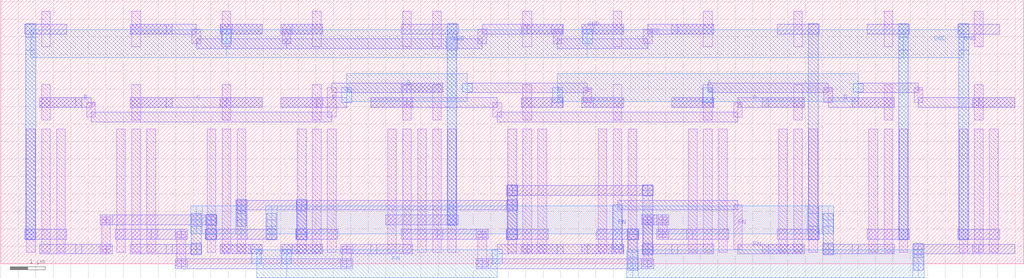
<source format=lef>
MACRO FUNCTION
  ORIGIN 0 0 ;
  FOREIGN FUNCTION 0 0 ;
  SIZE 29.24 BY 7.56 ;
  PIN A
    DIRECTION INOUT ;
    USE SIGNAL ;
    PORT 
      LAYER M2 ;
        RECT 10.58 4.48 11.78 4.76 ;
      LAYER M2 ;
        RECT 21.76 4.48 22.96 4.76 ;
      LAYER M2 ;
        RECT 11.61 4.48 14.19 4.76 ;
      LAYER M1 ;
        RECT 14.065 4.2 14.315 4.62 ;
      LAYER M2 ;
        RECT 14.19 4.06 21.07 4.34 ;
      LAYER M1 ;
        RECT 20.945 4.2 21.195 4.62 ;
      LAYER M2 ;
        RECT 21.07 4.48 21.93 4.76 ;
    END
  END A
  PIN B
    DIRECTION INOUT ;
    USE SIGNAL ;
    PORT 
      LAYER M2 ;
        RECT 11.44 4.9 12.64 5.18 ;
      LAYER M2 ;
        RECT 1.12 4.48 2.32 4.76 ;
      LAYER M2 ;
        RECT 9.46 4.9 11.61 5.18 ;
      LAYER M1 ;
        RECT 9.335 4.2 9.585 5.04 ;
      LAYER M2 ;
        RECT 2.58 4.06 9.46 4.34 ;
      LAYER M1 ;
        RECT 2.455 4.2 2.705 4.62 ;
      LAYER M2 ;
        RECT 2.15 4.48 2.58 4.76 ;
    END
  END B
  PIN VDD
    DIRECTION INOUT ;
    USE SIGNAL ;
    PORT 
      LAYER M2 ;
        RECT 3.7 6.58 4.9 6.86 ;
      LAYER M2 ;
        RECT 8 6.58 9.2 6.86 ;
      LAYER M2 ;
        RECT 14.88 6.58 16.08 6.86 ;
      LAYER M2 ;
        RECT 19.18 6.58 20.38 6.86 ;
      LAYER M3 ;
        RECT 12.76 1.1 13.04 6.88 ;
      LAYER M2 ;
        RECT 4.73 6.58 5.59 6.86 ;
      LAYER M1 ;
        RECT 5.465 6.3 5.715 6.72 ;
      LAYER M2 ;
        RECT 5.59 6.16 8.17 6.44 ;
      LAYER M1 ;
        RECT 8.045 6.3 8.295 6.72 ;
      LAYER M2 ;
        RECT 8.01 6.58 8.33 6.86 ;
      LAYER M2 ;
        RECT 8.17 6.16 13.76 6.44 ;
      LAYER M1 ;
        RECT 13.635 6.3 13.885 6.72 ;
      LAYER M2 ;
        RECT 13.76 6.58 15.05 6.86 ;
      LAYER M2 ;
        RECT 15.75 6.58 16.07 6.86 ;
      LAYER M1 ;
        RECT 15.785 6.3 16.035 6.72 ;
      LAYER M2 ;
        RECT 15.91 6.16 18.49 6.44 ;
      LAYER M1 ;
        RECT 18.365 6.3 18.615 6.72 ;
      LAYER M2 ;
        RECT 18.49 6.58 19.35 6.86 ;
      LAYER M2 ;
        RECT 12.74 6.16 13.06 6.44 ;
      LAYER M3 ;
        RECT 12.76 6.115 13.04 6.485 ;
    END
  END VDD
  PIN GND
    DIRECTION INOUT ;
    USE SIGNAL ;
    PORT 
      LAYER M3 ;
        RECT 0.72 0.68 1 6.88 ;
      LAYER M2 ;
        RECT 6.28 6.58 7.48 6.86 ;
      LAYER M2 ;
        RECT 16.6 6.58 17.8 6.86 ;
      LAYER M3 ;
        RECT 25.66 0.68 25.94 6.88 ;
      LAYER M3 ;
        RECT 27.38 0.68 27.66 6.88 ;
      LAYER M3 ;
        RECT 0.72 6.115 1 6.485 ;
      LAYER M4 ;
        RECT 0.86 5.9 6.45 6.7 ;
      LAYER M3 ;
        RECT 6.31 6.3 6.59 6.72 ;
      LAYER M2 ;
        RECT 6.29 6.58 6.61 6.86 ;
      LAYER M4 ;
        RECT 6.45 5.9 16.77 6.7 ;
      LAYER M3 ;
        RECT 16.63 6.3 16.91 6.72 ;
      LAYER M2 ;
        RECT 16.61 6.58 16.93 6.86 ;
      LAYER M4 ;
        RECT 16.77 5.9 25.8 6.7 ;
      LAYER M3 ;
        RECT 25.66 6.115 25.94 6.485 ;
      LAYER M4 ;
        RECT 25.8 5.9 27.52 6.7 ;
      LAYER M3 ;
        RECT 27.38 6.115 27.66 6.485 ;
    END
  END GND
  PIN D
    DIRECTION INOUT ;
    USE SIGNAL ;
    PORT 
      LAYER M2 ;
        RECT 19.18 4.48 20.38 4.76 ;
      LAYER M2 ;
        RECT 24.34 4.48 25.54 4.76 ;
      LAYER M2 ;
        RECT 20.05 4.48 20.37 4.76 ;
      LAYER M3 ;
        RECT 20.07 4.62 20.35 5.04 ;
      LAYER M2 ;
        RECT 20.21 4.9 23.65 5.18 ;
      LAYER M1 ;
        RECT 23.525 4.62 23.775 5.04 ;
      LAYER M2 ;
        RECT 23.65 4.48 24.51 4.76 ;
    END
  END D
  PIN F
    DIRECTION INOUT ;
    USE SIGNAL ;
    PORT 
      LAYER M2 ;
        RECT 27.78 4.48 28.98 4.76 ;
      LAYER M2 ;
        RECT 14.88 4.48 16.08 4.76 ;
      LAYER M2 ;
        RECT 26.23 4.48 27.95 4.76 ;
      LAYER M1 ;
        RECT 26.105 4.62 26.355 5.04 ;
      LAYER M2 ;
        RECT 24.51 4.9 26.23 5.18 ;
      LAYER M3 ;
        RECT 24.37 4.919 24.65 5.161 ;
      LAYER M4 ;
        RECT 15.91 4.64 24.51 5.44 ;
      LAYER M3 ;
        RECT 15.77 4.62 16.05 5.04 ;
      LAYER M2 ;
        RECT 15.75 4.48 16.07 4.76 ;
    END
  END F
  PIN FN
    DIRECTION INOUT ;
    USE SIGNAL ;
    PORT 
      LAYER M2 ;
        RECT 6.28 0.28 7.48 0.56 ;
      LAYER M2 ;
        RECT 8 0.28 9.2 0.56 ;
      LAYER M2 ;
        RECT 14.88 0.28 16.08 0.56 ;
      LAYER M2 ;
        RECT 16.6 0.28 17.8 0.56 ;
      LAYER M2 ;
        RECT 21.76 0.28 22.96 0.56 ;
      LAYER M2 ;
        RECT 7.15 0.28 7.47 0.56 ;
      LAYER M3 ;
        RECT 7.17 0 7.45 0.42 ;
      LAYER M4 ;
        RECT 7.31 -0.4 8.17 0.4 ;
      LAYER M3 ;
        RECT 8.03 0 8.31 0.42 ;
      LAYER M2 ;
        RECT 8.01 0.28 8.33 0.56 ;
      LAYER M4 ;
        RECT 8.17 -0.4 14.19 0.4 ;
      LAYER M3 ;
        RECT 14.05 0 14.33 0.42 ;
      LAYER M2 ;
        RECT 14.19 0.28 15.05 0.56 ;
      LAYER M2 ;
        RECT 15.91 0.28 16.77 0.56 ;
      LAYER M2 ;
        RECT 17.47 0.28 17.79 0.56 ;
      LAYER M3 ;
        RECT 17.49 0.42 17.77 1.68 ;
      LAYER M2 ;
        RECT 17.63 1.54 21.07 1.82 ;
      LAYER M1 ;
        RECT 20.945 0.42 21.195 1.68 ;
      LAYER M2 ;
        RECT 21.07 0.28 21.93 0.56 ;
    END
  END FN
  PIN C
    DIRECTION INOUT ;
    USE SIGNAL ;
    PORT 
      LAYER M2 ;
        RECT 3.7 4.48 4.9 4.76 ;
      LAYER M2 ;
        RECT 6.28 4.48 7.48 4.76 ;
      LAYER M2 ;
        RECT 4.73 4.48 6.45 4.76 ;
    END
  END C
  PIN E
    DIRECTION INOUT ;
    USE SIGNAL ;
    PORT 
      LAYER M2 ;
        RECT 16.6 4.48 17.8 4.76 ;
      LAYER M2 ;
        RECT 8 4.48 9.2 4.76 ;
      LAYER M2 ;
        RECT 16.61 4.48 16.93 4.76 ;
      LAYER M1 ;
        RECT 16.645 4.62 16.895 5.04 ;
      LAYER M2 ;
        RECT 13.33 4.9 16.77 5.18 ;
      LAYER M3 ;
        RECT 13.19 4.919 13.47 5.161 ;
      LAYER M4 ;
        RECT 9.89 4.64 13.33 5.44 ;
      LAYER M3 ;
        RECT 9.75 4.62 10.03 5.04 ;
      LAYER M2 ;
        RECT 9.03 4.48 9.89 4.76 ;
    END
  END E
  OBS 
  LAYER M2 ;
        RECT 3.27 0.7 4.47 0.98 ;
  LAYER M2 ;
        RECT 10.58 0.28 11.78 0.56 ;
  LAYER M2 ;
        RECT 4.3 0.7 5.16 0.98 ;
  LAYER M1 ;
        RECT 5.035 0 5.285 0.84 ;
  LAYER M2 ;
        RECT 5.16 -0.14 9.89 0.14 ;
  LAYER M1 ;
        RECT 9.765 0 10.015 0.42 ;
  LAYER M2 ;
        RECT 9.89 0.28 10.75 0.56 ;
  LAYER M1 ;
        RECT 5.035 -0.085 5.285 0.085 ;
  LAYER M2 ;
        RECT 4.99 -0.14 5.33 0.14 ;
  LAYER M1 ;
        RECT 5.035 0.755 5.285 0.925 ;
  LAYER M2 ;
        RECT 4.99 0.7 5.33 0.98 ;
  LAYER M1 ;
        RECT 9.765 -0.085 10.015 0.085 ;
  LAYER M2 ;
        RECT 9.72 -0.14 10.06 0.14 ;
  LAYER M1 ;
        RECT 9.765 0.335 10.015 0.505 ;
  LAYER M2 ;
        RECT 9.72 0.28 10.06 0.56 ;
  LAYER M1 ;
        RECT 5.035 -0.085 5.285 0.085 ;
  LAYER M2 ;
        RECT 4.99 -0.14 5.33 0.14 ;
  LAYER M1 ;
        RECT 5.035 0.755 5.285 0.925 ;
  LAYER M2 ;
        RECT 4.99 0.7 5.33 0.98 ;
  LAYER M1 ;
        RECT 9.765 -0.085 10.015 0.085 ;
  LAYER M2 ;
        RECT 9.72 -0.14 10.06 0.14 ;
  LAYER M1 ;
        RECT 9.765 0.335 10.015 0.505 ;
  LAYER M2 ;
        RECT 9.72 0.28 10.06 0.56 ;
  LAYER M2 ;
        RECT 19.61 0.7 20.81 0.98 ;
  LAYER M2 ;
        RECT 11.44 0.7 12.64 0.98 ;
  LAYER M2 ;
        RECT 18.92 0.7 19.78 0.98 ;
  LAYER M1 ;
        RECT 18.795 0.84 19.045 1.26 ;
  LAYER M2 ;
        RECT 18.49 1.12 18.92 1.4 ;
  LAYER M1 ;
        RECT 18.365 0 18.615 1.26 ;
  LAYER M2 ;
        RECT 13.76 -0.14 18.49 0.14 ;
  LAYER M1 ;
        RECT 13.635 0 13.885 0.84 ;
  LAYER M2 ;
        RECT 12.47 0.7 13.76 0.98 ;
  LAYER M1 ;
        RECT 13.635 -0.085 13.885 0.085 ;
  LAYER M2 ;
        RECT 13.59 -0.14 13.93 0.14 ;
  LAYER M1 ;
        RECT 13.635 0.755 13.885 0.925 ;
  LAYER M2 ;
        RECT 13.59 0.7 13.93 0.98 ;
  LAYER M1 ;
        RECT 18.365 -0.085 18.615 0.085 ;
  LAYER M2 ;
        RECT 18.32 -0.14 18.66 0.14 ;
  LAYER M1 ;
        RECT 18.365 1.175 18.615 1.345 ;
  LAYER M2 ;
        RECT 18.32 1.12 18.66 1.4 ;
  LAYER M1 ;
        RECT 18.795 0.755 19.045 0.925 ;
  LAYER M2 ;
        RECT 18.75 0.7 19.09 0.98 ;
  LAYER M1 ;
        RECT 18.795 1.175 19.045 1.345 ;
  LAYER M2 ;
        RECT 18.75 1.12 19.09 1.4 ;
  LAYER M1 ;
        RECT 13.635 -0.085 13.885 0.085 ;
  LAYER M2 ;
        RECT 13.59 -0.14 13.93 0.14 ;
  LAYER M1 ;
        RECT 13.635 0.755 13.885 0.925 ;
  LAYER M2 ;
        RECT 13.59 0.7 13.93 0.98 ;
  LAYER M1 ;
        RECT 18.365 -0.085 18.615 0.085 ;
  LAYER M2 ;
        RECT 18.32 -0.14 18.66 0.14 ;
  LAYER M1 ;
        RECT 18.365 1.175 18.615 1.345 ;
  LAYER M2 ;
        RECT 18.32 1.12 18.66 1.4 ;
  LAYER M1 ;
        RECT 18.795 0.755 19.045 0.925 ;
  LAYER M2 ;
        RECT 18.75 0.7 19.09 0.98 ;
  LAYER M1 ;
        RECT 18.795 1.175 19.045 1.345 ;
  LAYER M2 ;
        RECT 18.75 1.12 19.09 1.4 ;
  LAYER M2 ;
        RECT 1.12 0.28 2.32 0.56 ;
  LAYER M2 ;
        RECT 5.85 0.7 7.05 0.98 ;
  LAYER M2 ;
        RECT 24.34 0.28 25.54 0.56 ;
  LAYER M3 ;
        RECT 23.08 0.68 23.36 6.88 ;
  LAYER M2 ;
        RECT 2.15 0.28 3.01 0.56 ;
  LAYER M1 ;
        RECT 2.885 0.42 3.135 1.26 ;
  LAYER M2 ;
        RECT 3.01 1.12 6.02 1.4 ;
  LAYER M3 ;
        RECT 5.88 0.84 6.16 1.26 ;
  LAYER M2 ;
        RECT 5.86 0.7 6.18 0.98 ;
  LAYER M2 ;
        RECT 6.88 0.7 7.74 0.98 ;
  LAYER M3 ;
        RECT 7.6 0.84 7.88 1.26 ;
  LAYER M4 ;
        RECT 7.74 0.86 23.65 1.66 ;
  LAYER M3 ;
        RECT 23.51 0.42 23.79 1.26 ;
  LAYER M2 ;
        RECT 23.65 0.28 24.51 0.56 ;
  LAYER M4 ;
        RECT 23.055 0.86 23.385 1.66 ;
  LAYER M3 ;
        RECT 23.08 1.075 23.36 1.445 ;
  LAYER M1 ;
        RECT 2.885 0.335 3.135 0.505 ;
  LAYER M2 ;
        RECT 2.84 0.28 3.18 0.56 ;
  LAYER M1 ;
        RECT 2.885 1.175 3.135 1.345 ;
  LAYER M2 ;
        RECT 2.84 1.12 3.18 1.4 ;
  LAYER M2 ;
        RECT 5.86 0.7 6.18 0.98 ;
  LAYER M3 ;
        RECT 5.88 0.68 6.16 1 ;
  LAYER M2 ;
        RECT 5.86 1.12 6.18 1.4 ;
  LAYER M3 ;
        RECT 5.88 1.1 6.16 1.42 ;
  LAYER M1 ;
        RECT 2.885 0.335 3.135 0.505 ;
  LAYER M2 ;
        RECT 2.84 0.28 3.18 0.56 ;
  LAYER M1 ;
        RECT 2.885 1.175 3.135 1.345 ;
  LAYER M2 ;
        RECT 2.84 1.12 3.18 1.4 ;
  LAYER M2 ;
        RECT 5.86 0.7 6.18 0.98 ;
  LAYER M3 ;
        RECT 5.88 0.68 6.16 1 ;
  LAYER M2 ;
        RECT 5.86 1.12 6.18 1.4 ;
  LAYER M3 ;
        RECT 5.88 1.1 6.16 1.42 ;
  LAYER M1 ;
        RECT 2.885 0.335 3.135 0.505 ;
  LAYER M2 ;
        RECT 2.84 0.28 3.18 0.56 ;
  LAYER M1 ;
        RECT 2.885 1.175 3.135 1.345 ;
  LAYER M2 ;
        RECT 2.84 1.12 3.18 1.4 ;
  LAYER M2 ;
        RECT 5.86 0.7 6.18 0.98 ;
  LAYER M3 ;
        RECT 5.88 0.68 6.16 1 ;
  LAYER M2 ;
        RECT 5.86 1.12 6.18 1.4 ;
  LAYER M3 ;
        RECT 5.88 1.1 6.16 1.42 ;
  LAYER M2 ;
        RECT 7.58 0.7 7.9 0.98 ;
  LAYER M3 ;
        RECT 7.6 0.68 7.88 1 ;
  LAYER M2 ;
        RECT 23.49 0.28 23.81 0.56 ;
  LAYER M3 ;
        RECT 23.51 0.26 23.79 0.58 ;
  LAYER M3 ;
        RECT 7.6 1.075 7.88 1.445 ;
  LAYER M4 ;
        RECT 7.575 0.86 7.905 1.66 ;
  LAYER M3 ;
        RECT 23.51 1.075 23.79 1.445 ;
  LAYER M4 ;
        RECT 23.485 0.86 23.815 1.66 ;
  LAYER M1 ;
        RECT 2.885 0.335 3.135 0.505 ;
  LAYER M2 ;
        RECT 2.84 0.28 3.18 0.56 ;
  LAYER M1 ;
        RECT 2.885 1.175 3.135 1.345 ;
  LAYER M2 ;
        RECT 2.84 1.12 3.18 1.4 ;
  LAYER M2 ;
        RECT 5.86 0.7 6.18 0.98 ;
  LAYER M3 ;
        RECT 5.88 0.68 6.16 1 ;
  LAYER M2 ;
        RECT 5.86 1.12 6.18 1.4 ;
  LAYER M3 ;
        RECT 5.88 1.1 6.16 1.42 ;
  LAYER M2 ;
        RECT 7.58 0.7 7.9 0.98 ;
  LAYER M3 ;
        RECT 7.6 0.68 7.88 1 ;
  LAYER M2 ;
        RECT 23.49 0.28 23.81 0.56 ;
  LAYER M3 ;
        RECT 23.51 0.26 23.79 0.58 ;
  LAYER M3 ;
        RECT 7.6 1.075 7.88 1.445 ;
  LAYER M4 ;
        RECT 7.575 0.86 7.905 1.66 ;
  LAYER M3 ;
        RECT 23.51 1.075 23.79 1.445 ;
  LAYER M4 ;
        RECT 23.485 0.86 23.815 1.66 ;
  LAYER M1 ;
        RECT 2.885 0.335 3.135 0.505 ;
  LAYER M2 ;
        RECT 2.84 0.28 3.18 0.56 ;
  LAYER M1 ;
        RECT 2.885 1.175 3.135 1.345 ;
  LAYER M2 ;
        RECT 2.84 1.12 3.18 1.4 ;
  LAYER M2 ;
        RECT 5.86 0.7 6.18 0.98 ;
  LAYER M3 ;
        RECT 5.88 0.68 6.16 1 ;
  LAYER M2 ;
        RECT 5.86 1.12 6.18 1.4 ;
  LAYER M3 ;
        RECT 5.88 1.1 6.16 1.42 ;
  LAYER M2 ;
        RECT 7.58 0.7 7.9 0.98 ;
  LAYER M3 ;
        RECT 7.6 0.68 7.88 1 ;
  LAYER M2 ;
        RECT 23.49 0.28 23.81 0.56 ;
  LAYER M3 ;
        RECT 23.51 0.26 23.79 0.58 ;
  LAYER M3 ;
        RECT 7.6 1.075 7.88 1.445 ;
  LAYER M4 ;
        RECT 7.575 0.86 7.905 1.66 ;
  LAYER M3 ;
        RECT 23.08 1.075 23.36 1.445 ;
  LAYER M4 ;
        RECT 23.055 0.86 23.385 1.66 ;
  LAYER M3 ;
        RECT 23.51 1.075 23.79 1.445 ;
  LAYER M4 ;
        RECT 23.485 0.86 23.815 1.66 ;
  LAYER M1 ;
        RECT 2.885 0.335 3.135 0.505 ;
  LAYER M2 ;
        RECT 2.84 0.28 3.18 0.56 ;
  LAYER M1 ;
        RECT 2.885 1.175 3.135 1.345 ;
  LAYER M2 ;
        RECT 2.84 1.12 3.18 1.4 ;
  LAYER M2 ;
        RECT 5.86 0.7 6.18 0.98 ;
  LAYER M3 ;
        RECT 5.88 0.68 6.16 1 ;
  LAYER M2 ;
        RECT 5.86 1.12 6.18 1.4 ;
  LAYER M3 ;
        RECT 5.88 1.1 6.16 1.42 ;
  LAYER M2 ;
        RECT 7.58 0.7 7.9 0.98 ;
  LAYER M3 ;
        RECT 7.6 0.68 7.88 1 ;
  LAYER M2 ;
        RECT 23.49 0.28 23.81 0.56 ;
  LAYER M3 ;
        RECT 23.51 0.26 23.79 0.58 ;
  LAYER M3 ;
        RECT 7.6 1.075 7.88 1.445 ;
  LAYER M4 ;
        RECT 7.575 0.86 7.905 1.66 ;
  LAYER M3 ;
        RECT 23.08 1.075 23.36 1.445 ;
  LAYER M4 ;
        RECT 23.055 0.86 23.385 1.66 ;
  LAYER M3 ;
        RECT 23.51 1.075 23.79 1.445 ;
  LAYER M4 ;
        RECT 23.485 0.86 23.815 1.66 ;
  LAYER M2 ;
        RECT 17.03 0.7 18.23 0.98 ;
  LAYER M2 ;
        RECT 27.78 0.28 28.98 0.56 ;
  LAYER M2 ;
        RECT 17.9 0.7 18.22 0.98 ;
  LAYER M3 ;
        RECT 17.92 0 18.2 0.84 ;
  LAYER M4 ;
        RECT 18.06 -0.4 26.23 0.4 ;
  LAYER M3 ;
        RECT 26.09 0 26.37 0.42 ;
  LAYER M2 ;
        RECT 26.23 0.28 27.95 0.56 ;
  LAYER M2 ;
        RECT 17.9 0.7 18.22 0.98 ;
  LAYER M3 ;
        RECT 17.92 0.68 18.2 1 ;
  LAYER M2 ;
        RECT 26.07 0.28 26.39 0.56 ;
  LAYER M3 ;
        RECT 26.09 0.26 26.37 0.58 ;
  LAYER M3 ;
        RECT 17.92 -0.185 18.2 0.185 ;
  LAYER M4 ;
        RECT 17.895 -0.4 18.225 0.4 ;
  LAYER M3 ;
        RECT 26.09 -0.185 26.37 0.185 ;
  LAYER M4 ;
        RECT 26.065 -0.4 26.395 0.4 ;
  LAYER M2 ;
        RECT 17.9 0.7 18.22 0.98 ;
  LAYER M3 ;
        RECT 17.92 0.68 18.2 1 ;
  LAYER M2 ;
        RECT 26.07 0.28 26.39 0.56 ;
  LAYER M3 ;
        RECT 26.09 0.26 26.37 0.58 ;
  LAYER M3 ;
        RECT 17.92 -0.185 18.2 0.185 ;
  LAYER M4 ;
        RECT 17.895 -0.4 18.225 0.4 ;
  LAYER M3 ;
        RECT 26.09 -0.185 26.37 0.185 ;
  LAYER M4 ;
        RECT 26.065 -0.4 26.395 0.4 ;
  LAYER M2 ;
        RECT 3.7 0.28 4.9 0.56 ;
  LAYER M2 ;
        RECT 8.43 0.7 9.63 0.98 ;
  LAYER M2 ;
        RECT 14.45 0.7 15.65 0.98 ;
  LAYER M2 ;
        RECT 19.18 0.28 20.38 0.56 ;
  LAYER M2 ;
        RECT 4.73 0.28 5.59 0.56 ;
  LAYER M3 ;
        RECT 5.45 0.42 5.73 1.26 ;
  LAYER M4 ;
        RECT 5.59 0.86 6.88 1.66 ;
  LAYER M3 ;
        RECT 6.74 1.26 7.02 1.68 ;
  LAYER M2 ;
        RECT 6.88 1.54 8.6 1.82 ;
  LAYER M3 ;
        RECT 8.46 0.84 8.74 1.68 ;
  LAYER M2 ;
        RECT 8.44 0.7 8.76 0.98 ;
  LAYER M2 ;
        RECT 8.6 1.54 14.62 1.82 ;
  LAYER M3 ;
        RECT 14.48 0.84 14.76 1.68 ;
  LAYER M2 ;
        RECT 14.46 0.7 14.78 0.98 ;
  LAYER M3 ;
        RECT 14.48 1.68 14.76 2.1 ;
  LAYER M2 ;
        RECT 14.62 1.96 18.49 2.24 ;
  LAYER M3 ;
        RECT 18.35 0.42 18.63 2.1 ;
  LAYER M2 ;
        RECT 18.49 0.28 19.35 0.56 ;
  LAYER M2 ;
        RECT 5.43 0.28 5.75 0.56 ;
  LAYER M3 ;
        RECT 5.45 0.26 5.73 0.58 ;
  LAYER M2 ;
        RECT 6.72 1.54 7.04 1.82 ;
  LAYER M3 ;
        RECT 6.74 1.52 7.02 1.84 ;
  LAYER M2 ;
        RECT 8.44 0.7 8.76 0.98 ;
  LAYER M3 ;
        RECT 8.46 0.68 8.74 1 ;
  LAYER M2 ;
        RECT 8.44 1.54 8.76 1.82 ;
  LAYER M3 ;
        RECT 8.46 1.52 8.74 1.84 ;
  LAYER M3 ;
        RECT 5.45 1.075 5.73 1.445 ;
  LAYER M4 ;
        RECT 5.425 0.86 5.755 1.66 ;
  LAYER M3 ;
        RECT 6.74 1.075 7.02 1.445 ;
  LAYER M4 ;
        RECT 6.715 0.86 7.045 1.66 ;
  LAYER M2 ;
        RECT 5.43 0.28 5.75 0.56 ;
  LAYER M3 ;
        RECT 5.45 0.26 5.73 0.58 ;
  LAYER M2 ;
        RECT 6.72 1.54 7.04 1.82 ;
  LAYER M3 ;
        RECT 6.74 1.52 7.02 1.84 ;
  LAYER M2 ;
        RECT 8.44 0.7 8.76 0.98 ;
  LAYER M3 ;
        RECT 8.46 0.68 8.74 1 ;
  LAYER M2 ;
        RECT 8.44 1.54 8.76 1.82 ;
  LAYER M3 ;
        RECT 8.46 1.52 8.74 1.84 ;
  LAYER M3 ;
        RECT 5.45 1.075 5.73 1.445 ;
  LAYER M4 ;
        RECT 5.425 0.86 5.755 1.66 ;
  LAYER M3 ;
        RECT 6.74 1.075 7.02 1.445 ;
  LAYER M4 ;
        RECT 6.715 0.86 7.045 1.66 ;
  LAYER M2 ;
        RECT 5.43 0.28 5.75 0.56 ;
  LAYER M3 ;
        RECT 5.45 0.26 5.73 0.58 ;
  LAYER M2 ;
        RECT 6.72 1.54 7.04 1.82 ;
  LAYER M3 ;
        RECT 6.74 1.52 7.02 1.84 ;
  LAYER M2 ;
        RECT 8.44 0.7 8.76 0.98 ;
  LAYER M3 ;
        RECT 8.46 0.68 8.74 1 ;
  LAYER M2 ;
        RECT 8.44 1.54 8.76 1.82 ;
  LAYER M3 ;
        RECT 8.46 1.52 8.74 1.84 ;
  LAYER M2 ;
        RECT 14.46 0.7 14.78 0.98 ;
  LAYER M3 ;
        RECT 14.48 0.68 14.76 1 ;
  LAYER M2 ;
        RECT 14.46 1.54 14.78 1.82 ;
  LAYER M3 ;
        RECT 14.48 1.52 14.76 1.84 ;
  LAYER M3 ;
        RECT 5.45 1.075 5.73 1.445 ;
  LAYER M4 ;
        RECT 5.425 0.86 5.755 1.66 ;
  LAYER M3 ;
        RECT 6.74 1.075 7.02 1.445 ;
  LAYER M4 ;
        RECT 6.715 0.86 7.045 1.66 ;
  LAYER M2 ;
        RECT 5.43 0.28 5.75 0.56 ;
  LAYER M3 ;
        RECT 5.45 0.26 5.73 0.58 ;
  LAYER M2 ;
        RECT 6.72 1.54 7.04 1.82 ;
  LAYER M3 ;
        RECT 6.74 1.52 7.02 1.84 ;
  LAYER M2 ;
        RECT 8.44 0.7 8.76 0.98 ;
  LAYER M3 ;
        RECT 8.46 0.68 8.74 1 ;
  LAYER M2 ;
        RECT 8.44 1.54 8.76 1.82 ;
  LAYER M3 ;
        RECT 8.46 1.52 8.74 1.84 ;
  LAYER M2 ;
        RECT 14.46 0.7 14.78 0.98 ;
  LAYER M3 ;
        RECT 14.48 0.68 14.76 1 ;
  LAYER M2 ;
        RECT 14.46 1.54 14.78 1.82 ;
  LAYER M3 ;
        RECT 14.48 1.52 14.76 1.84 ;
  LAYER M3 ;
        RECT 5.45 1.075 5.73 1.445 ;
  LAYER M4 ;
        RECT 5.425 0.86 5.755 1.66 ;
  LAYER M3 ;
        RECT 6.74 1.075 7.02 1.445 ;
  LAYER M4 ;
        RECT 6.715 0.86 7.045 1.66 ;
  LAYER M2 ;
        RECT 5.43 0.28 5.75 0.56 ;
  LAYER M3 ;
        RECT 5.45 0.26 5.73 0.58 ;
  LAYER M2 ;
        RECT 6.72 1.54 7.04 1.82 ;
  LAYER M3 ;
        RECT 6.74 1.52 7.02 1.84 ;
  LAYER M2 ;
        RECT 8.44 0.7 8.76 0.98 ;
  LAYER M3 ;
        RECT 8.46 0.68 8.74 1 ;
  LAYER M2 ;
        RECT 8.44 1.54 8.76 1.82 ;
  LAYER M3 ;
        RECT 8.46 1.52 8.74 1.84 ;
  LAYER M2 ;
        RECT 14.46 0.7 14.78 0.98 ;
  LAYER M3 ;
        RECT 14.48 0.68 14.76 1 ;
  LAYER M2 ;
        RECT 14.46 1.54 14.78 1.82 ;
  LAYER M3 ;
        RECT 14.48 1.52 14.76 1.84 ;
  LAYER M2 ;
        RECT 14.46 1.96 14.78 2.24 ;
  LAYER M3 ;
        RECT 14.48 1.94 14.76 2.26 ;
  LAYER M2 ;
        RECT 18.33 0.28 18.65 0.56 ;
  LAYER M3 ;
        RECT 18.35 0.26 18.63 0.58 ;
  LAYER M2 ;
        RECT 18.33 1.96 18.65 2.24 ;
  LAYER M3 ;
        RECT 18.35 1.94 18.63 2.26 ;
  LAYER M3 ;
        RECT 5.45 1.075 5.73 1.445 ;
  LAYER M4 ;
        RECT 5.425 0.86 5.755 1.66 ;
  LAYER M3 ;
        RECT 6.74 1.075 7.02 1.445 ;
  LAYER M4 ;
        RECT 6.715 0.86 7.045 1.66 ;
  LAYER M2 ;
        RECT 5.43 0.28 5.75 0.56 ;
  LAYER M3 ;
        RECT 5.45 0.26 5.73 0.58 ;
  LAYER M2 ;
        RECT 6.72 1.54 7.04 1.82 ;
  LAYER M3 ;
        RECT 6.74 1.52 7.02 1.84 ;
  LAYER M2 ;
        RECT 8.44 0.7 8.76 0.98 ;
  LAYER M3 ;
        RECT 8.46 0.68 8.74 1 ;
  LAYER M2 ;
        RECT 8.44 1.54 8.76 1.82 ;
  LAYER M3 ;
        RECT 8.46 1.52 8.74 1.84 ;
  LAYER M2 ;
        RECT 14.46 0.7 14.78 0.98 ;
  LAYER M3 ;
        RECT 14.48 0.68 14.76 1 ;
  LAYER M2 ;
        RECT 14.46 1.54 14.78 1.82 ;
  LAYER M3 ;
        RECT 14.48 1.52 14.76 1.84 ;
  LAYER M2 ;
        RECT 14.46 1.96 14.78 2.24 ;
  LAYER M3 ;
        RECT 14.48 1.94 14.76 2.26 ;
  LAYER M2 ;
        RECT 18.33 0.28 18.65 0.56 ;
  LAYER M3 ;
        RECT 18.35 0.26 18.63 0.58 ;
  LAYER M2 ;
        RECT 18.33 1.96 18.65 2.24 ;
  LAYER M3 ;
        RECT 18.35 1.94 18.63 2.26 ;
  LAYER M3 ;
        RECT 5.45 1.075 5.73 1.445 ;
  LAYER M4 ;
        RECT 5.425 0.86 5.755 1.66 ;
  LAYER M3 ;
        RECT 6.74 1.075 7.02 1.445 ;
  LAYER M4 ;
        RECT 6.715 0.86 7.045 1.66 ;
  LAYER M1 ;
        RECT 11.485 0.335 11.735 3.865 ;
  LAYER M1 ;
        RECT 11.485 4.115 11.735 5.125 ;
  LAYER M1 ;
        RECT 11.485 6.215 11.735 7.225 ;
  LAYER M1 ;
        RECT 11.055 0.335 11.305 3.865 ;
  LAYER M1 ;
        RECT 11.915 0.335 12.165 3.865 ;
  LAYER M1 ;
        RECT 12.345 0.335 12.595 3.865 ;
  LAYER M1 ;
        RECT 12.345 4.115 12.595 5.125 ;
  LAYER M1 ;
        RECT 12.345 6.215 12.595 7.225 ;
  LAYER M1 ;
        RECT 12.775 0.335 13.025 3.865 ;
  LAYER M2 ;
        RECT 11.01 1.12 13.07 1.4 ;
  LAYER M2 ;
        RECT 11.44 6.58 13.07 6.86 ;
  LAYER M2 ;
        RECT 10.58 0.28 11.78 0.56 ;
  LAYER M2 ;
        RECT 11.44 0.7 12.64 0.98 ;
  LAYER M2 ;
        RECT 10.58 4.48 11.78 4.76 ;
  LAYER M2 ;
        RECT 11.44 4.9 12.64 5.18 ;
  LAYER M3 ;
        RECT 12.76 1.1 13.04 6.88 ;
  LAYER M1 ;
        RECT 1.165 0.335 1.415 3.865 ;
  LAYER M1 ;
        RECT 1.165 4.115 1.415 5.125 ;
  LAYER M1 ;
        RECT 1.165 6.215 1.415 7.225 ;
  LAYER M1 ;
        RECT 1.595 0.335 1.845 3.865 ;
  LAYER M1 ;
        RECT 0.735 0.335 0.985 3.865 ;
  LAYER M2 ;
        RECT 0.69 0.7 1.89 0.98 ;
  LAYER M2 ;
        RECT 0.69 6.58 1.89 6.86 ;
  LAYER M2 ;
        RECT 1.12 0.28 2.32 0.56 ;
  LAYER M2 ;
        RECT 1.12 4.48 2.32 4.76 ;
  LAYER M3 ;
        RECT 0.72 0.68 1 6.88 ;
  LAYER M1 ;
        RECT 25.245 0.335 25.495 3.865 ;
  LAYER M1 ;
        RECT 25.245 4.115 25.495 5.125 ;
  LAYER M1 ;
        RECT 25.245 6.215 25.495 7.225 ;
  LAYER M1 ;
        RECT 24.815 0.335 25.065 3.865 ;
  LAYER M1 ;
        RECT 25.675 0.335 25.925 3.865 ;
  LAYER M2 ;
        RECT 24.77 0.7 25.97 0.98 ;
  LAYER M2 ;
        RECT 24.77 6.58 25.97 6.86 ;
  LAYER M2 ;
        RECT 24.34 0.28 25.54 0.56 ;
  LAYER M2 ;
        RECT 24.34 4.48 25.54 4.76 ;
  LAYER M3 ;
        RECT 25.66 0.68 25.94 6.88 ;
  LAYER M1 ;
        RECT 27.825 0.335 28.075 3.865 ;
  LAYER M1 ;
        RECT 27.825 4.115 28.075 5.125 ;
  LAYER M1 ;
        RECT 27.825 6.215 28.075 7.225 ;
  LAYER M1 ;
        RECT 28.255 0.335 28.505 3.865 ;
  LAYER M1 ;
        RECT 27.395 0.335 27.645 3.865 ;
  LAYER M2 ;
        RECT 27.35 0.7 28.55 0.98 ;
  LAYER M2 ;
        RECT 27.35 6.58 28.55 6.86 ;
  LAYER M2 ;
        RECT 27.78 0.28 28.98 0.56 ;
  LAYER M2 ;
        RECT 27.78 4.48 28.98 4.76 ;
  LAYER M3 ;
        RECT 27.38 0.68 27.66 6.88 ;
  LAYER M1 ;
        RECT 22.665 0.335 22.915 3.865 ;
  LAYER M1 ;
        RECT 22.665 4.115 22.915 5.125 ;
  LAYER M1 ;
        RECT 22.665 6.215 22.915 7.225 ;
  LAYER M1 ;
        RECT 22.235 0.335 22.485 3.865 ;
  LAYER M1 ;
        RECT 23.095 0.335 23.345 3.865 ;
  LAYER M2 ;
        RECT 22.19 0.7 23.39 0.98 ;
  LAYER M2 ;
        RECT 22.19 6.58 23.39 6.86 ;
  LAYER M2 ;
        RECT 21.76 0.28 22.96 0.56 ;
  LAYER M2 ;
        RECT 21.76 4.48 22.96 4.76 ;
  LAYER M3 ;
        RECT 23.08 0.68 23.36 6.88 ;
  LAYER M1 ;
        RECT 6.325 0.335 6.575 3.865 ;
  LAYER M1 ;
        RECT 6.325 4.115 6.575 5.125 ;
  LAYER M1 ;
        RECT 6.325 6.215 6.575 7.225 ;
  LAYER M1 ;
        RECT 6.755 0.335 7.005 3.865 ;
  LAYER M1 ;
        RECT 5.895 0.335 6.145 3.865 ;
  LAYER M2 ;
        RECT 6.28 6.58 7.48 6.86 ;
  LAYER M2 ;
        RECT 6.28 0.28 7.48 0.56 ;
  LAYER M2 ;
        RECT 6.28 4.48 7.48 4.76 ;
  LAYER M2 ;
        RECT 5.85 0.7 7.05 0.98 ;
  LAYER M1 ;
        RECT 17.505 0.335 17.755 3.865 ;
  LAYER M1 ;
        RECT 17.505 4.115 17.755 5.125 ;
  LAYER M1 ;
        RECT 17.505 6.215 17.755 7.225 ;
  LAYER M1 ;
        RECT 17.075 0.335 17.325 3.865 ;
  LAYER M1 ;
        RECT 17.935 0.335 18.185 3.865 ;
  LAYER M2 ;
        RECT 16.6 6.58 17.8 6.86 ;
  LAYER M2 ;
        RECT 16.6 0.28 17.8 0.56 ;
  LAYER M2 ;
        RECT 16.6 4.48 17.8 4.76 ;
  LAYER M2 ;
        RECT 17.03 0.7 18.23 0.98 ;
  LAYER M1 ;
        RECT 3.745 0.335 3.995 3.865 ;
  LAYER M1 ;
        RECT 3.745 4.115 3.995 5.125 ;
  LAYER M1 ;
        RECT 3.745 6.215 3.995 7.225 ;
  LAYER M1 ;
        RECT 4.175 0.335 4.425 3.865 ;
  LAYER M1 ;
        RECT 3.315 0.335 3.565 3.865 ;
  LAYER M2 ;
        RECT 3.7 6.58 4.9 6.86 ;
  LAYER M2 ;
        RECT 3.7 0.28 4.9 0.56 ;
  LAYER M2 ;
        RECT 3.7 4.48 4.9 4.76 ;
  LAYER M2 ;
        RECT 3.27 0.7 4.47 0.98 ;
  LAYER M1 ;
        RECT 20.085 0.335 20.335 3.865 ;
  LAYER M1 ;
        RECT 20.085 4.115 20.335 5.125 ;
  LAYER M1 ;
        RECT 20.085 6.215 20.335 7.225 ;
  LAYER M1 ;
        RECT 19.655 0.335 19.905 3.865 ;
  LAYER M1 ;
        RECT 20.515 0.335 20.765 3.865 ;
  LAYER M2 ;
        RECT 19.18 6.58 20.38 6.86 ;
  LAYER M2 ;
        RECT 19.18 0.28 20.38 0.56 ;
  LAYER M2 ;
        RECT 19.18 4.48 20.38 4.76 ;
  LAYER M2 ;
        RECT 19.61 0.7 20.81 0.98 ;
  LAYER M1 ;
        RECT 8.905 0.335 9.155 3.865 ;
  LAYER M1 ;
        RECT 8.905 4.115 9.155 5.125 ;
  LAYER M1 ;
        RECT 8.905 6.215 9.155 7.225 ;
  LAYER M1 ;
        RECT 8.475 0.335 8.725 3.865 ;
  LAYER M1 ;
        RECT 9.335 0.335 9.585 3.865 ;
  LAYER M2 ;
        RECT 8 6.58 9.2 6.86 ;
  LAYER M2 ;
        RECT 8 0.28 9.2 0.56 ;
  LAYER M2 ;
        RECT 8 4.48 9.2 4.76 ;
  LAYER M2 ;
        RECT 8.43 0.7 9.63 0.98 ;
  LAYER M1 ;
        RECT 14.925 0.335 15.175 3.865 ;
  LAYER M1 ;
        RECT 14.925 4.115 15.175 5.125 ;
  LAYER M1 ;
        RECT 14.925 6.215 15.175 7.225 ;
  LAYER M1 ;
        RECT 15.355 0.335 15.605 3.865 ;
  LAYER M1 ;
        RECT 14.495 0.335 14.745 3.865 ;
  LAYER M2 ;
        RECT 14.88 6.58 16.08 6.86 ;
  LAYER M2 ;
        RECT 14.88 0.28 16.08 0.56 ;
  LAYER M2 ;
        RECT 14.88 4.48 16.08 4.76 ;
  LAYER M2 ;
        RECT 14.45 0.7 15.65 0.98 ;
  END 
END FUNCTION

</source>
